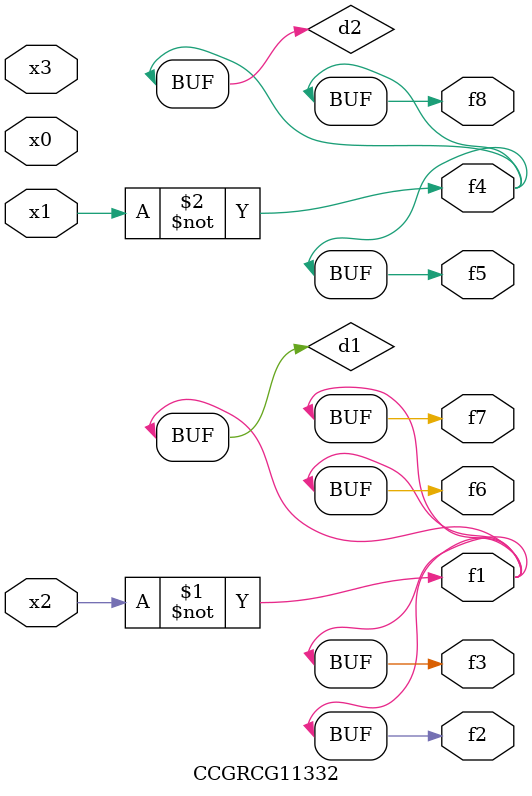
<source format=v>
module CCGRCG11332(
	input x0, x1, x2, x3,
	output f1, f2, f3, f4, f5, f6, f7, f8
);

	wire d1, d2;

	xnor (d1, x2);
	not (d2, x1);
	assign f1 = d1;
	assign f2 = d1;
	assign f3 = d1;
	assign f4 = d2;
	assign f5 = d2;
	assign f6 = d1;
	assign f7 = d1;
	assign f8 = d2;
endmodule

</source>
